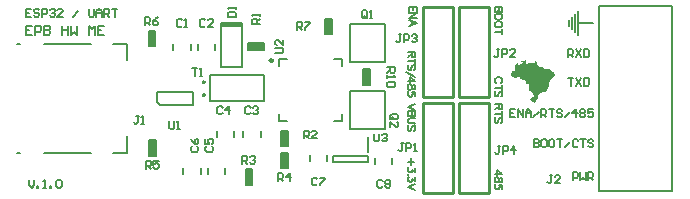
<source format=gto>
G04*
G04 #@! TF.GenerationSoftware,Altium Limited,Altium Designer,24.5.2 (23)*
G04*
G04 Layer_Color=65535*
%FSLAX44Y44*%
%MOMM*%
G71*
G04*
G04 #@! TF.SameCoordinates,BF8D7023-4997-4B88-B44D-E550DFEB14E1*
G04*
G04*
G04 #@! TF.FilePolarity,Positive*
G04*
G01*
G75*
%ADD10C,0.2500*%
%ADD11C,0.2540*%
%ADD12C,0.1270*%
%ADD13C,0.2000*%
%ADD14C,0.1524*%
%ADD15C,0.2032*%
%ADD16R,1.7780X0.4572*%
%ADD17R,0.4826X1.3208*%
%ADD18R,1.3208X0.4826*%
G36*
X709253Y817800D02*
X709283Y817770D01*
X709263Y817667D01*
X709181Y817524D01*
X709120Y817483D01*
X709099Y817402D01*
X709079Y817258D01*
X709109Y817084D01*
X709212Y816962D01*
X709355Y816880D01*
X709416Y816860D01*
X709498Y816839D01*
X709723Y816716D01*
X709733Y816645D01*
X709590Y816501D01*
X709570Y816461D01*
X709508Y816420D01*
X709488Y816379D01*
X709426Y816317D01*
X709365Y816215D01*
X709263Y816031D01*
X709222Y815990D01*
X709191Y815796D01*
X709140Y815663D01*
X709161Y815438D01*
X709202Y815336D01*
X709222Y815172D01*
X709304Y815049D01*
X709406Y814865D01*
X709549Y814681D01*
X709692Y814538D01*
X709713Y814497D01*
X709743Y814466D01*
X709784Y814446D01*
X709805Y814405D01*
X709846Y814385D01*
X709928Y814303D01*
X709968Y814282D01*
X710050Y814201D01*
X710153Y814139D01*
X710193Y814098D01*
X710326Y814047D01*
X710357Y814016D01*
X710439Y813996D01*
X710623Y813914D01*
X710766Y813935D01*
X710909Y813996D01*
X710950Y814016D01*
X710991Y814057D01*
X711032Y814078D01*
X711165Y814211D01*
X711216Y814303D01*
X711247Y814313D01*
X711267Y814354D01*
X711318Y814405D01*
X711359Y814426D01*
X711421Y814487D01*
X711462Y814507D01*
X711523Y814569D01*
X711717Y814599D01*
X711830Y814650D01*
X711911Y814671D01*
X712188Y814681D01*
X712239Y814671D01*
X712300Y814691D01*
X713077Y814671D01*
X713139Y814650D01*
X713221Y814630D01*
X713415Y814702D01*
X713435Y814743D01*
X713466Y814773D01*
X713507Y814794D01*
X713527Y814875D01*
X713538Y814906D01*
X713517Y814967D01*
X713538Y815049D01*
X713568Y815121D01*
X713732Y815162D01*
X713936Y815182D01*
X714080Y815244D01*
X714223Y815264D01*
X714386Y815244D01*
X714417Y815213D01*
X714437Y815172D01*
X714540Y815070D01*
X714550Y815039D01*
X714591Y815019D01*
X714632Y814978D01*
X714673Y814957D01*
X714754Y814875D01*
X714857Y814835D01*
X714898Y814794D01*
X714979Y814773D01*
X715245Y814794D01*
X715327Y814875D01*
X715368Y814896D01*
X715430Y815019D01*
X715532Y815060D01*
X715716Y814978D01*
X715941Y814957D01*
X715982Y814916D01*
X716084Y814875D01*
X716575Y814896D01*
X716616Y814937D01*
X716718Y814978D01*
X716820Y815039D01*
X716933Y815131D01*
X716953Y815172D01*
X717045Y815285D01*
X717086Y815448D01*
X717117Y815479D01*
X717158Y815581D01*
X717188Y815714D01*
X717240Y815827D01*
X717281Y815929D01*
X717321Y815970D01*
X717342Y816051D01*
X717403Y816154D01*
X717444Y816195D01*
X717485Y816297D01*
X717546Y816358D01*
X717567Y816399D01*
X717628Y816461D01*
X717679Y816553D01*
X717720Y816573D01*
X717782Y816675D01*
X717863Y816696D01*
X717904Y816675D01*
X717935Y816645D01*
X717955Y816501D01*
X718037Y816317D01*
X718058Y816113D01*
X718099Y816072D01*
X718139Y815970D01*
X718170Y815694D01*
X718221Y815581D01*
X718242Y815499D01*
X718272Y815346D01*
X718324Y815172D01*
X718364Y815008D01*
X718405Y814967D01*
X718446Y814804D01*
X718467Y814743D01*
X718508Y814702D01*
X718589Y814558D01*
X718681Y814446D01*
X718743Y814385D01*
X718845Y814323D01*
X718906Y814303D01*
X719172Y814323D01*
X719234Y814385D01*
X719285Y814395D01*
X719326Y814374D01*
X719305Y814231D01*
X719264Y814190D01*
X719224Y814088D01*
X719203Y814006D01*
X719172Y813976D01*
X719142Y813965D01*
X719121Y813884D01*
X719101Y813822D01*
X719060Y813781D01*
X718978Y813577D01*
X718958Y813495D01*
X718978Y813311D01*
X719060Y813168D01*
X719213Y813014D01*
X719254Y812994D01*
X719377Y812912D01*
X719418Y812891D01*
X719459Y812851D01*
X719561Y812810D01*
X719643Y812789D01*
X719704Y812728D01*
X719786Y812707D01*
X719970Y812626D01*
X720103Y812574D01*
X720134Y812544D01*
X720297Y812503D01*
X720389Y812411D01*
X720451Y812309D01*
X720512Y812165D01*
X720533Y812022D01*
X720574Y811981D01*
X720594Y811899D01*
X720614Y811756D01*
X720686Y811705D01*
X720737Y811634D01*
X720870Y811562D01*
X721064Y811552D01*
X721146Y811572D01*
X721177Y811603D01*
X721279Y811664D01*
X721320Y811726D01*
X721361Y811746D01*
X721443Y811828D01*
X721801Y811838D01*
X722312Y811818D01*
X722414Y811777D01*
X722506Y811746D01*
X722650Y811726D01*
X722731Y811705D01*
X722772Y811664D01*
X722905Y811613D01*
X723058Y811521D01*
X723099Y811501D01*
X723140Y811460D01*
X723427Y811296D01*
X723468Y811255D01*
X723611Y811173D01*
X723744Y811102D01*
X723764Y811061D01*
X723846Y811040D01*
X723918Y811010D01*
X723959Y810969D01*
X724091Y810918D01*
X724183Y810867D01*
X724296Y810836D01*
X724347Y810785D01*
X724460Y810734D01*
X724480Y810652D01*
X724501Y810447D01*
X724521Y810386D01*
X724541Y810202D01*
X724623Y810120D01*
X724644Y810079D01*
X724756Y809967D01*
X724889Y809936D01*
X725063Y809885D01*
X725247Y809905D01*
X725308Y809926D01*
X725390Y809946D01*
X725595Y809967D01*
X725779Y810049D01*
X725963Y810028D01*
X726106Y809967D01*
X726270Y809946D01*
X726311Y809905D01*
X726413Y809864D01*
X726495Y809844D01*
X726638Y809783D01*
X726750Y809752D01*
X726802Y809701D01*
X726883Y809680D01*
X727006Y809660D01*
X727067Y809599D01*
X727313Y809537D01*
X727456Y809476D01*
X727620Y809455D01*
X727681Y809435D01*
X727763Y809415D01*
X728029Y809435D01*
X728090Y809455D01*
X728172Y809476D01*
X728448Y809507D01*
X728806Y809517D01*
X728867Y809496D01*
X729010Y809476D01*
X729143Y809425D01*
X729174Y809394D01*
X729297Y809374D01*
X729379Y809292D01*
X729491Y809261D01*
X729563Y809190D01*
X729665Y809128D01*
X729706Y809087D01*
X729747Y809067D01*
X729931Y808924D01*
X730156Y808699D01*
X730197Y808678D01*
X730227Y808648D01*
X730248Y808607D01*
X730278Y808576D01*
X730309Y808566D01*
X730330Y808525D01*
X730381Y808474D01*
X730422Y808453D01*
X730534Y808341D01*
X730544Y808310D01*
X730585Y808290D01*
X730688Y808187D01*
X730729Y808167D01*
X730841Y808075D01*
X730933Y808003D01*
X730974Y807983D01*
X731056Y807901D01*
X731097Y807880D01*
X731137Y807840D01*
X731178Y807819D01*
X731322Y807717D01*
X731363Y807696D01*
X731414Y807666D01*
X731424Y807635D01*
X731557Y807584D01*
X731628Y807512D01*
X731935Y807349D01*
X732038Y807308D01*
X732078Y807287D01*
X732119Y807246D01*
X732201Y807226D01*
X732334Y807195D01*
X732385Y807144D01*
X732467Y807124D01*
X732672Y807103D01*
X732774Y807083D01*
X732958Y806981D01*
X733019Y806919D01*
X733060Y806899D01*
X733111Y806827D01*
X733152Y806786D01*
X733214Y806684D01*
X733316Y806500D01*
X733357Y806459D01*
X733377Y806336D01*
X733408Y806306D01*
X733438Y806295D01*
X733479Y806152D01*
X733500Y806091D01*
X733643Y805784D01*
X733663Y805661D01*
X733745Y805539D01*
X733776Y805324D01*
X733827Y805211D01*
X733848Y805129D01*
X733827Y804700D01*
X733766Y804557D01*
X733735Y804363D01*
X733663Y804230D01*
X733612Y804097D01*
X733582Y804066D01*
X733418Y803780D01*
X733357Y803718D01*
X733295Y803616D01*
X733121Y803381D01*
X733091Y803371D01*
X733070Y803330D01*
X732948Y803207D01*
X732927Y803166D01*
X732886Y803146D01*
X732866Y803105D01*
X732835Y803074D01*
X732794Y803054D01*
X732774Y803013D01*
X732733Y802992D01*
X732661Y802921D01*
X732641Y802880D01*
X732579Y802839D01*
X732559Y802798D01*
X732528Y802767D01*
X732498Y802757D01*
X732477Y802716D01*
X732406Y802665D01*
X732222Y802481D01*
X732181Y802460D01*
X732119Y802399D01*
X732078Y802379D01*
X731997Y802297D01*
X731925Y802266D01*
X731905Y802225D01*
X731833Y802174D01*
X731669Y802010D01*
X731628Y801990D01*
X731598Y801959D01*
X731577Y801918D01*
X731536Y801878D01*
X731516Y801837D01*
X731414Y801693D01*
X731352Y801591D01*
X731311Y801550D01*
X731291Y801509D01*
X731199Y801397D01*
X731107Y801305D01*
X731086Y801264D01*
X730718Y800896D01*
X730698Y800855D01*
X730309Y800466D01*
X730299Y800435D01*
X730258Y800415D01*
X730207Y800364D01*
X730186Y800323D01*
X730146Y800303D01*
X730125Y800262D01*
X729941Y800078D01*
X729921Y800037D01*
X729839Y799955D01*
X729818Y799914D01*
X729736Y799832D01*
X729716Y799791D01*
X729634Y799709D01*
X729604Y799638D01*
X729563Y799617D01*
X729501Y799495D01*
X729430Y799423D01*
X729409Y799362D01*
X729327Y799239D01*
X729307Y799157D01*
X729246Y799014D01*
X729205Y798850D01*
X729164Y798748D01*
X729143Y798544D01*
X729113Y798349D01*
X729072Y798247D01*
X729051Y798145D01*
X729010Y797695D01*
X728980Y797582D01*
X728939Y797296D01*
X728918Y797091D01*
X728877Y796989D01*
X728857Y796723D01*
X728826Y796488D01*
X728785Y796386D01*
X728755Y796273D01*
X728724Y795895D01*
X728683Y795793D01*
X728652Y795680D01*
X728622Y795445D01*
X728601Y795363D01*
X728571Y795251D01*
X728550Y795107D01*
X728499Y794975D01*
X728468Y794883D01*
X728458Y794790D01*
X728479Y794688D01*
X728489Y794678D01*
X728387Y794494D01*
X728264Y794187D01*
X728274Y794075D01*
X728233Y793972D01*
X728203Y793942D01*
X728182Y793860D01*
X728141Y793758D01*
X728100Y793717D01*
X728049Y793584D01*
X727978Y793512D01*
X727957Y793430D01*
X727926Y793297D01*
X727875Y793164D01*
X727855Y793123D01*
X727793Y793083D01*
X727712Y792939D01*
X727671Y792898D01*
X727650Y792796D01*
X727568Y792673D01*
X727425Y792408D01*
X727323Y792224D01*
X727282Y792183D01*
X727159Y791958D01*
X727078Y791835D01*
X727057Y791794D01*
X726996Y791733D01*
X726955Y791630D01*
X726873Y791549D01*
X726791Y791405D01*
X726658Y791211D01*
X726617Y791191D01*
X726587Y791160D01*
X726525Y791058D01*
X726484Y791017D01*
X726464Y790976D01*
X726403Y790915D01*
X726382Y790874D01*
X726280Y790771D01*
X726270Y790741D01*
X726229Y790720D01*
X726178Y790669D01*
X726157Y790628D01*
X726096Y790587D01*
X726075Y790546D01*
X726004Y790495D01*
X725942Y790434D01*
X725717Y790332D01*
X724705Y790301D01*
X724603Y790281D01*
X724521Y790260D01*
X724419Y790240D01*
X724194Y790219D01*
X723989Y790199D01*
X723907Y790178D01*
X723805Y790137D01*
X723600Y790117D01*
X723437Y790055D01*
X723120Y790004D01*
X723079Y789964D01*
X722915Y789923D01*
X722772Y789902D01*
X722588Y789820D01*
X722476Y789790D01*
X722343Y789738D01*
X722261Y789718D01*
X722159Y789657D01*
X721995Y789616D01*
X721913Y789534D01*
X721811Y789513D01*
X721770Y789473D01*
X721668Y789432D01*
X721627Y789411D01*
X721586Y789370D01*
X721453Y789319D01*
X721402Y789268D01*
X721269Y789196D01*
X721259Y789166D01*
X721115Y789084D01*
X721075Y789043D01*
X721034Y789023D01*
X720993Y788982D01*
X720952Y788961D01*
X720880Y788910D01*
X720860Y788869D01*
X720809Y788818D01*
X720768Y788798D01*
X720471Y788501D01*
X720451Y788460D01*
X720328Y788337D01*
X720267Y788235D01*
X720226Y788194D01*
X720062Y787908D01*
X719919Y787601D01*
X719899Y787458D01*
X719858Y787417D01*
X719817Y787315D01*
X719796Y786926D01*
X719827Y786077D01*
X719837Y785924D01*
X719796Y785822D01*
X719776Y785781D01*
X719714Y785638D01*
X719694Y785454D01*
X719653Y785413D01*
X719612Y785310D01*
X719551Y785249D01*
X719520Y785177D01*
X719479Y785157D01*
X719428Y785126D01*
X719367Y785024D01*
X719224Y784758D01*
X719193Y784727D01*
X719162Y784717D01*
X719142Y784676D01*
X719111Y784646D01*
X719019Y784594D01*
X718999Y784554D01*
X718937Y784492D01*
X718917Y784451D01*
X718835Y784370D01*
X718774Y784267D01*
X718733Y784226D01*
X718712Y784185D01*
X718651Y784124D01*
X718589Y784022D01*
X718487Y783838D01*
X718446Y783797D01*
X718426Y783674D01*
X718364Y783613D01*
X718344Y783531D01*
X718303Y783429D01*
X718242Y783286D01*
X718221Y783245D01*
X718160Y783142D01*
X718078Y782999D01*
X717976Y782856D01*
X717915Y782795D01*
X717904Y782764D01*
X717874Y782754D01*
X717853Y782713D01*
X717649Y782508D01*
X717628Y782467D01*
X717362Y782202D01*
X717342Y782161D01*
X717076Y781895D01*
X717056Y781854D01*
X717025Y781803D01*
X716984Y781782D01*
X716953Y781751D01*
X716933Y781711D01*
X716790Y781568D01*
X716728Y781465D01*
X716667Y781404D01*
X716646Y781322D01*
X716585Y781261D01*
X716534Y781169D01*
X716493Y781189D01*
X716462Y781220D01*
X716442Y781281D01*
X716401Y781322D01*
X716381Y781363D01*
X716156Y781465D01*
X715869Y781486D01*
X715767Y781506D01*
X715695Y781557D01*
X715655Y781598D01*
X715593Y781619D01*
X715532Y781680D01*
X715491Y781700D01*
X715430Y781762D01*
X715389Y781782D01*
X715276Y781874D01*
X715204Y781925D01*
X715061Y782069D01*
X715020Y782089D01*
X714836Y782273D01*
X714795Y782294D01*
X714714Y782375D01*
X714673Y782396D01*
X714611Y782457D01*
X714570Y782478D01*
X714489Y782559D01*
X714448Y782580D01*
X714345Y782682D01*
X714305Y782703D01*
X714243Y782764D01*
X714202Y782784D01*
X714161Y782825D01*
X714080Y782846D01*
X713936Y782866D01*
X713824Y782877D01*
X713671Y782866D01*
X713619Y782917D01*
X713599Y782958D01*
X713538Y783020D01*
X713517Y783102D01*
X713497Y783142D01*
X713435Y783183D01*
X713405Y783316D01*
X713354Y783367D01*
X713292Y783470D01*
X713139Y783623D01*
X713036Y783664D01*
X712924Y783695D01*
X712883Y783776D01*
X712934Y783848D01*
X712975Y783868D01*
X713036Y783930D01*
X713077Y783950D01*
X713149Y784022D01*
X713159Y784053D01*
X713200Y784073D01*
X713302Y784196D01*
X713354Y784267D01*
X713394Y784308D01*
X713456Y784410D01*
X713517Y784472D01*
X713578Y784574D01*
X713681Y784717D01*
X713701Y784758D01*
X713793Y784871D01*
X713824Y784901D01*
X713844Y784942D01*
X713936Y785034D01*
X713977Y785055D01*
X714008Y785085D01*
X714018Y785116D01*
X714059Y785137D01*
X714141Y785218D01*
X714182Y785239D01*
X714264Y785321D01*
X714305Y785341D01*
X714366Y785402D01*
X714468Y785464D01*
X714509Y785505D01*
X714611Y785566D01*
X714754Y785668D01*
X714898Y785750D01*
X714959Y785811D01*
X715041Y785832D01*
X715102Y785893D01*
X715204Y785955D01*
X715307Y785996D01*
X715409Y786057D01*
X715450Y786098D01*
X715532Y786118D01*
X715614Y786200D01*
X715655Y786221D01*
X715685Y786251D01*
X715747Y786354D01*
X715828Y786558D01*
X715849Y786640D01*
X715869Y786783D01*
X715849Y787151D01*
X715808Y787253D01*
X715787Y787335D01*
X715757Y787468D01*
X715706Y787581D01*
X715665Y787744D01*
X715603Y787806D01*
X715583Y787887D01*
X715521Y787990D01*
X715440Y788133D01*
X715399Y788174D01*
X715378Y788215D01*
X715327Y788266D01*
X715123Y788348D01*
X715020Y788368D01*
X714990Y788399D01*
X715020Y788654D01*
X715041Y788757D01*
X715061Y788839D01*
X715092Y788931D01*
X715113Y789135D01*
X715133Y789196D01*
X715153Y789278D01*
X715133Y789503D01*
X715113Y789565D01*
X715061Y789698D01*
X714939Y789820D01*
X714898Y789841D01*
X714775Y789923D01*
X714407Y789902D01*
X714366Y789861D01*
X714243Y789882D01*
X714182Y789902D01*
X714100Y789923D01*
X713977Y789943D01*
X713926Y789994D01*
X713885Y790342D01*
X713865Y790853D01*
X713844Y790915D01*
X713824Y790996D01*
X713803Y791221D01*
X713742Y791283D01*
X713701Y791385D01*
X713609Y791497D01*
X713558Y791549D01*
X713538Y791590D01*
X713466Y791641D01*
X713425Y791682D01*
X713282Y791702D01*
X712873Y791682D01*
X712812Y791620D01*
X712730Y791600D01*
X712597Y791549D01*
X712505Y791518D01*
X712362Y791497D01*
X712096Y791477D01*
X711973Y791497D01*
X711942Y791528D01*
X711963Y791651D01*
X712004Y791692D01*
X712045Y791794D01*
X712024Y792551D01*
X711963Y792612D01*
X711932Y792725D01*
X711840Y792878D01*
X711830Y792909D01*
X711789Y792929D01*
X711738Y792980D01*
X711717Y793021D01*
X711656Y793083D01*
X711635Y793205D01*
X711533Y793348D01*
X711554Y793471D01*
X711594Y793512D01*
X711625Y793625D01*
X711646Y793665D01*
X711738Y793717D01*
X711779Y793819D01*
X711840Y793962D01*
X711860Y794044D01*
X711952Y794136D01*
X711993Y794156D01*
X712045Y794208D01*
X712065Y794371D01*
X712106Y794412D01*
X712137Y794525D01*
X712229Y794617D01*
X712280Y794852D01*
X712310Y794964D01*
X712290Y795230D01*
X712249Y795332D01*
X712229Y795455D01*
X712188Y795496D01*
X712147Y795598D01*
X712126Y795639D01*
X712065Y795701D01*
X712004Y795803D01*
X711860Y795946D01*
X711840Y795987D01*
X711789Y796038D01*
X711748Y796059D01*
X711554Y796253D01*
X711472Y796437D01*
X711492Y796703D01*
X711533Y796805D01*
X711482Y796938D01*
X711431Y797010D01*
X711359Y797061D01*
X711318Y797102D01*
X711052Y797081D01*
X710991Y797061D01*
X710695Y797091D01*
X710408Y797112D01*
X710306Y797132D01*
X710142Y797173D01*
X709876Y797214D01*
X709805Y797245D01*
X709733Y797316D01*
X709713Y797726D01*
X709692Y797787D01*
X709672Y797951D01*
X709631Y798053D01*
X709611Y798135D01*
X709590Y798421D01*
X709508Y798544D01*
X709478Y798799D01*
X709406Y798973D01*
X709304Y799239D01*
X709242Y799341D01*
X709202Y799444D01*
X709181Y799484D01*
X708966Y799761D01*
X708925Y799781D01*
X708874Y799853D01*
X708813Y799893D01*
X708803Y799924D01*
X708660Y800006D01*
X708557Y800047D01*
X708455Y800067D01*
X708353Y800108D01*
X708189Y800088D01*
X708128Y800067D01*
X708046Y800047D01*
X707954Y800037D01*
X707872Y800057D01*
X707831Y800098D01*
X707811Y800139D01*
X707739Y800190D01*
X707698Y800251D01*
X707657Y800272D01*
X707616Y800313D01*
X707473Y800395D01*
X707371Y800435D01*
X707269Y800497D01*
X707166Y800538D01*
X707064Y800558D01*
X707023Y800599D01*
X706880Y800640D01*
X706798Y800660D01*
X706665Y800712D01*
X706563Y800732D01*
X706481Y800753D01*
X706389Y800804D01*
X706246Y800824D01*
X706082Y800845D01*
X706021Y800906D01*
X705939Y800926D01*
X705735Y800947D01*
X705551Y801029D01*
X705428Y801049D01*
X705285Y801111D01*
X705172Y801141D01*
X705121Y801192D01*
X704958Y801254D01*
X704917Y801295D01*
X704876Y801315D01*
X704804Y801366D01*
X704784Y801407D01*
X704702Y801489D01*
X704651Y801622D01*
X704620Y801653D01*
X704600Y801796D01*
X704620Y802655D01*
X704600Y802716D01*
X704579Y803227D01*
X704497Y803309D01*
X704436Y803411D01*
X704405Y803442D01*
X704364Y803463D01*
X704303Y803483D01*
X704221Y803503D01*
X704109Y803514D01*
X703740Y803473D01*
X703618Y803452D01*
X703505Y803422D01*
X703423Y803401D01*
X703147Y803371D01*
X703035Y803258D01*
X702922Y803227D01*
X702789Y803156D01*
X702748Y803135D01*
X702718Y803105D01*
X702697Y803064D01*
X702595Y803043D01*
X702554Y803002D01*
X702544Y802972D01*
X702442Y802931D01*
X702360Y802849D01*
X702319Y802829D01*
X702063Y802634D01*
X701992Y802563D01*
X701889Y802522D01*
X701634Y802348D01*
X701603Y802317D01*
X701460Y802297D01*
X701255Y802276D01*
X701112Y802215D01*
X700908Y802195D01*
X700458Y802174D01*
X700396Y802154D01*
X700049Y802113D01*
X699435Y802092D01*
X699384Y802143D01*
X699404Y802246D01*
X699466Y802389D01*
X699507Y802573D01*
X699548Y802614D01*
X699568Y802696D01*
X699588Y802839D01*
X699599Y803135D01*
X699578Y803422D01*
X699527Y803493D01*
X699455Y803544D01*
X699353Y803585D01*
X699108Y803565D01*
X698924Y803422D01*
X698883Y803381D01*
X698842Y803360D01*
X698678Y803197D01*
X698576Y803135D01*
X698433Y803074D01*
X698392Y803054D01*
X698249Y802992D01*
X698126Y803013D01*
X697952Y803146D01*
X697901Y803279D01*
X697809Y803371D01*
X697789Y803411D01*
X697758Y803442D01*
X697717Y803463D01*
X697513Y803544D01*
X697369Y803565D01*
X697042Y803585D01*
X697011Y803677D01*
X696991Y803841D01*
X696950Y803882D01*
X696899Y804015D01*
X696848Y804066D01*
X696786Y804168D01*
X696746Y804209D01*
X696725Y804250D01*
X696643Y804332D01*
X696561Y804475D01*
X696459Y804700D01*
X696439Y805150D01*
X696459Y805784D01*
X696490Y805815D01*
X696572Y805835D01*
X696715Y805856D01*
X696756Y805897D01*
X696797Y805917D01*
X696909Y806009D01*
X696981Y806060D01*
X697032Y806111D01*
X697052Y806152D01*
X697093Y806193D01*
X697134Y806295D01*
X697155Y806377D01*
X697196Y806418D01*
X697236Y806561D01*
X697267Y806756D01*
X697288Y806919D01*
X697308Y807124D01*
X697328Y807349D01*
X697349Y807430D01*
X697400Y807523D01*
X697482Y807666D01*
X697533Y807717D01*
X697574Y807737D01*
X697717Y807799D01*
X697799Y807819D01*
X697901Y807880D01*
X697983Y807901D01*
X698187Y807921D01*
X698372Y808003D01*
X698689Y808034D01*
X698770Y808054D01*
X698873Y808075D01*
X699149Y808105D01*
X699302Y808136D01*
X699415Y808167D01*
X699558Y808187D01*
X699803Y808208D01*
X699885Y808290D01*
X699977Y808341D01*
X699998Y808382D01*
X700059Y808443D01*
X700079Y808525D01*
X700130Y808658D01*
X700151Y808739D01*
X700182Y809016D01*
X700202Y809098D01*
X700243Y809241D01*
X700263Y809445D01*
X700284Y810243D01*
X700304Y810304D01*
X700325Y810468D01*
X700345Y810529D01*
X700366Y810795D01*
X700396Y811296D01*
X700427Y811327D01*
X700468Y811429D01*
X700529Y811634D01*
X700509Y811838D01*
X700468Y811941D01*
X700407Y812043D01*
Y812063D01*
X700366Y812104D01*
X700304Y812206D01*
X700263Y812247D01*
X700243Y812288D01*
X700212Y812319D01*
X700171Y812339D01*
X700120Y812411D01*
X699875Y812656D01*
X699824Y812789D01*
X699793Y812881D01*
X699773Y812984D01*
X699824Y813076D01*
X699967Y813014D01*
X700182Y812963D01*
X700263Y812943D01*
X700540Y812932D01*
X700683Y813035D01*
X700754Y813106D01*
X700775Y813188D01*
X700754Y813372D01*
X700693Y813434D01*
X700652Y813536D01*
X700632Y813863D01*
X700591Y813904D01*
X700519Y814037D01*
X700478Y814057D01*
X700294Y814139D01*
X700130Y814160D01*
X700120Y814190D01*
X700192Y814303D01*
X700356Y814344D01*
X700499Y814323D01*
X700703Y814303D01*
X701133Y814323D01*
X701194Y814344D01*
X701358Y814385D01*
X701542Y814405D01*
X701644Y814446D01*
X701726Y814466D01*
X701889Y814487D01*
X701930Y814528D01*
X702033Y814569D01*
X702217Y814548D01*
X702268Y814497D01*
X702288Y814415D01*
X702309Y814149D01*
X702329Y814088D01*
X702360Y813976D01*
X702411Y813924D01*
X702431Y813843D01*
X702585Y813689D01*
X702626Y813669D01*
X702667Y813628D01*
X702830Y813587D01*
X702892Y813526D01*
X702973Y813505D01*
X703076Y813464D01*
X703137Y813403D01*
X703239Y813342D01*
X703383Y813260D01*
X703423Y813219D01*
X703607Y813178D01*
X703751Y813117D01*
X703894Y813137D01*
X703935Y813178D01*
X704017Y813198D01*
X704160Y813280D01*
X704293Y813413D01*
X704313Y813454D01*
X704374Y813515D01*
X704436Y813618D01*
X704477Y813659D01*
X704538Y813761D01*
X704671Y813894D01*
X704712Y813914D01*
X704773Y813976D01*
X704876Y814037D01*
X705019Y814139D01*
X705162Y814221D01*
X705223Y814282D01*
X705305Y814303D01*
X705367Y814364D01*
X705653Y814528D01*
X705694Y814569D01*
X705837Y814650D01*
X706093Y814824D01*
X706144Y814875D01*
X706246Y814937D01*
X706338Y815029D01*
X706389Y815162D01*
X706440Y815254D01*
X706420Y815377D01*
X706338Y815520D01*
X706287Y815571D01*
X706246Y815591D01*
X706226Y815632D01*
X706144Y815653D01*
X705898Y815673D01*
X705694Y815755D01*
X705663Y815847D01*
X705602Y815949D01*
X705561Y816051D01*
X705540Y816133D01*
X705459Y816317D01*
X705438Y816379D01*
X705377Y816522D01*
X705407Y816593D01*
X705469Y816573D01*
X705551Y816491D01*
X705592Y816471D01*
X705694Y816430D01*
X705816Y816410D01*
X705919Y816369D01*
X706001Y816348D01*
X706103Y816287D01*
X706144Y816246D01*
X706205Y816225D01*
X706266Y816164D01*
X706410Y816082D01*
X706471Y816062D01*
X706737Y816082D01*
X706798Y816144D01*
X706839Y816164D01*
X706870Y816195D01*
X706931Y816338D01*
X706952Y816420D01*
X706972Y816583D01*
X707013Y816686D01*
X707033Y816788D01*
X707064Y816818D01*
X707146Y816839D01*
X707207Y816818D01*
X707637Y816798D01*
X707698Y816818D01*
X707913Y816870D01*
X708046Y816921D01*
X708148Y816982D01*
X708250Y817023D01*
X708353Y817084D01*
X708394Y817125D01*
X708475Y817146D01*
X708557Y817228D01*
X708598Y817248D01*
X708660Y817309D01*
X708700Y817330D01*
X708813Y817422D01*
X708844Y817453D01*
X708885Y817473D01*
X708966Y817596D01*
X709017Y817647D01*
X709048Y817759D01*
X709089Y817800D01*
X709171Y817821D01*
X709253Y817800D01*
D02*
G37*
G36*
X711594Y792980D02*
X711584Y792970D01*
X711574Y792980D01*
X711584Y792991D01*
X711594Y792980D01*
D02*
G37*
D10*
X495100Y817000D02*
G03*
X495100Y817000I-1250J0D01*
G01*
D11*
X437750Y787750D02*
G03*
X437750Y787750I-1000J0D01*
G01*
X437750Y798750D02*
G03*
X437750Y798750I-1000J0D01*
G01*
X652300Y704990D02*
Y781190D01*
Y704990D02*
X677700D01*
Y781190D01*
X652300D02*
X677700D01*
X621820Y862470D02*
X647220D01*
Y786270D02*
Y862470D01*
X621820Y786270D02*
X647220D01*
X621820D02*
Y862470D01*
X652300D02*
X652300Y786270D01*
X677700D01*
X677700Y862470D01*
X652300D02*
X677700D01*
X621820Y781190D02*
X621820Y704990D01*
X647220D01*
X647220Y781190D01*
X621820D02*
X647220D01*
D12*
X359900Y739000D02*
X371500Y739000D01*
X301100Y739000D02*
X340900D01*
X278575Y739000D02*
X280700D01*
X371500Y739000D02*
Y752800D01*
X359900Y831000D02*
X371500D01*
X301100D02*
X340900D01*
X371500Y817200D02*
Y831000D01*
X278575D02*
X280700D01*
X753361Y848500D02*
X766061D01*
X745741Y845960D02*
Y851040D01*
X748281Y843420D02*
Y853580D01*
X750821Y840880D02*
Y856120D01*
X753361Y838340D02*
Y858660D01*
X291364Y846212D02*
X286286D01*
Y838594D01*
X291364D01*
X286286Y842403D02*
X288825D01*
X293904Y838594D02*
Y846212D01*
X297712D01*
X298982Y844942D01*
Y842403D01*
X297712Y841133D01*
X293904D01*
X301521Y846212D02*
Y838594D01*
X305330D01*
X306599Y839864D01*
Y841133D01*
X305330Y842403D01*
X301521D01*
X305330D01*
X306599Y843672D01*
Y844942D01*
X305330Y846212D01*
X301521D01*
X316756D02*
Y838594D01*
Y842403D01*
X321834D01*
Y846212D01*
Y838594D01*
X324374Y846212D02*
Y838594D01*
X326913Y841133D01*
X329452Y838594D01*
Y846212D01*
X339609Y838594D02*
Y846212D01*
X342148Y843672D01*
X344687Y846212D01*
Y838594D01*
X352305Y846212D02*
X347226D01*
Y838594D01*
X352305D01*
X347226Y842403D02*
X349766D01*
X689383Y720896D02*
X684981Y724040D01*
Y719324D01*
X689383Y720896D02*
X682780D01*
X689383Y716589D02*
X689068Y717532D01*
X688439Y717846D01*
X687811D01*
X687182Y717532D01*
X686867Y716903D01*
X686553Y715645D01*
X686238Y714702D01*
X685610Y714073D01*
X684981Y713759D01*
X684038D01*
X683409Y714073D01*
X683094Y714388D01*
X682780Y715331D01*
Y716589D01*
X683094Y717532D01*
X683409Y717846D01*
X684038Y718161D01*
X684981D01*
X685610Y717846D01*
X686238Y717217D01*
X686553Y716274D01*
X686867Y715016D01*
X687182Y714388D01*
X687811Y714073D01*
X688439D01*
X689068Y714388D01*
X689383Y715331D01*
Y716589D01*
Y708508D02*
Y711652D01*
X686553Y711967D01*
X686867Y711652D01*
X687182Y710709D01*
Y709766D01*
X686867Y708823D01*
X686238Y708194D01*
X685295Y707879D01*
X684667D01*
X683723Y708194D01*
X683094Y708823D01*
X682780Y709766D01*
Y710709D01*
X683094Y711652D01*
X683409Y711967D01*
X684038Y712281D01*
X689383Y779920D02*
X682780D01*
X689383D02*
Y777090D01*
X689068Y776147D01*
X688754Y775833D01*
X688125Y775518D01*
X687496D01*
X686867Y775833D01*
X686553Y776147D01*
X686238Y777090D01*
Y779920D01*
Y777719D02*
X682780Y775518D01*
X689383Y771840D02*
X682780D01*
X689383Y774041D02*
Y769639D01*
X688439Y764451D02*
X689068Y765080D01*
X689383Y766023D01*
Y767281D01*
X689068Y768224D01*
X688439Y768853D01*
X687811D01*
X687182Y768538D01*
X686867Y768224D01*
X686553Y767595D01*
X685924Y765709D01*
X685610Y765080D01*
X685295Y764765D01*
X684667Y764451D01*
X683723D01*
X683094Y765080D01*
X682780Y766023D01*
Y767281D01*
X683094Y768224D01*
X683723Y768853D01*
X616993Y858383D02*
Y862470D01*
X610390D01*
Y858383D01*
X613848Y862470D02*
Y859955D01*
X616993Y857282D02*
X610390D01*
X616993D02*
X610390Y852881D01*
X616993D02*
X610390D01*
Y846027D02*
X616993Y848542D01*
X610390Y851057D01*
X612591Y850114D02*
Y846970D01*
X615723Y824370D02*
X609120D01*
X615723D02*
Y821540D01*
X615408Y820597D01*
X615094Y820283D01*
X614465Y819968D01*
X613836D01*
X613207Y820283D01*
X612893Y820597D01*
X612579Y821540D01*
Y824370D01*
Y822169D02*
X609120Y819968D01*
X615723Y816290D02*
X609120D01*
X615723Y818491D02*
Y814089D01*
X614779Y808901D02*
X615408Y809530D01*
X615723Y810473D01*
Y811731D01*
X615408Y812674D01*
X614779Y813303D01*
X614151D01*
X613522Y812988D01*
X613207Y812674D01*
X612893Y812045D01*
X612264Y810159D01*
X611950Y809530D01*
X611635Y809215D01*
X611007Y808901D01*
X610063D01*
X609434Y809530D01*
X609120Y810473D01*
Y811731D01*
X609434Y812674D01*
X610063Y813303D01*
X608177Y807423D02*
X615723Y803022D01*
Y799437D02*
X611321Y802581D01*
Y797865D01*
X615723Y799437D02*
X609120D01*
X615723Y795130D02*
X615408Y796073D01*
X614779Y796388D01*
X614151D01*
X613522Y796073D01*
X613207Y795444D01*
X612893Y794187D01*
X612579Y793244D01*
X611950Y792615D01*
X611321Y792300D01*
X610378D01*
X609749Y792615D01*
X609434Y792929D01*
X609120Y793872D01*
Y795130D01*
X609434Y796073D01*
X609749Y796388D01*
X610378Y796702D01*
X611321D01*
X611950Y796388D01*
X612579Y795759D01*
X612893Y794816D01*
X613207Y793558D01*
X613522Y792929D01*
X614151Y792615D01*
X614779D01*
X615408Y792929D01*
X615723Y793872D01*
Y795130D01*
Y787050D02*
Y790194D01*
X612893Y790508D01*
X613207Y790194D01*
X613522Y789251D01*
Y788307D01*
X613207Y787364D01*
X612579Y786735D01*
X611635Y786421D01*
X611007D01*
X610063Y786735D01*
X609434Y787364D01*
X609120Y788307D01*
Y789251D01*
X609434Y790194D01*
X609749Y790508D01*
X610378Y790823D01*
X687811Y798064D02*
X688439Y798378D01*
X689068Y799007D01*
X689383Y799636D01*
Y800894D01*
X689068Y801522D01*
X688439Y802151D01*
X687811Y802466D01*
X686867Y802780D01*
X685295D01*
X684352Y802466D01*
X683723Y802151D01*
X683094Y801522D01*
X682780Y800894D01*
Y799636D01*
X683094Y799007D01*
X683723Y798378D01*
X684352Y798064D01*
X689383Y794008D02*
X682780D01*
X689383Y796209D02*
Y791807D01*
X688439Y786619D02*
X689068Y787248D01*
X689383Y788192D01*
Y789449D01*
X689068Y790392D01*
X688439Y791021D01*
X687811D01*
X687182Y790707D01*
X686867Y790392D01*
X686553Y789763D01*
X685924Y787877D01*
X685610Y787248D01*
X685295Y786934D01*
X684667Y786619D01*
X683723D01*
X683094Y787248D01*
X682780Y788192D01*
Y789449D01*
X683094Y790392D01*
X683723Y791021D01*
X689383Y862470D02*
X682780D01*
X689383D02*
Y859640D01*
X689068Y858697D01*
X688754Y858383D01*
X688125Y858068D01*
X687496D01*
X686867Y858383D01*
X686553Y858697D01*
X686238Y859640D01*
Y862470D02*
Y859640D01*
X685924Y858697D01*
X685610Y858383D01*
X684981Y858068D01*
X684038D01*
X683409Y858383D01*
X683094Y858697D01*
X682780Y859640D01*
Y862470D01*
X689383Y854704D02*
X689068Y855333D01*
X688439Y855962D01*
X687811Y856276D01*
X686867Y856591D01*
X685295D01*
X684352Y856276D01*
X683723Y855962D01*
X683094Y855333D01*
X682780Y854704D01*
Y853447D01*
X683094Y852818D01*
X683723Y852189D01*
X684352Y851874D01*
X685295Y851560D01*
X686867D01*
X687811Y851874D01*
X688439Y852189D01*
X689068Y852818D01*
X689383Y853447D01*
Y854704D01*
Y848133D02*
X689068Y848762D01*
X688439Y849391D01*
X687811Y849705D01*
X686867Y850020D01*
X685295D01*
X684352Y849705D01*
X683723Y849391D01*
X683094Y848762D01*
X682780Y848133D01*
Y846875D01*
X683094Y846246D01*
X683723Y845618D01*
X684352Y845303D01*
X685295Y844989D01*
X686867D01*
X687811Y845303D01*
X688439Y845618D01*
X689068Y846246D01*
X689383Y846875D01*
Y848133D01*
Y841247D02*
X682780D01*
X689383Y843448D02*
Y839047D01*
X614779Y731370D02*
X609120D01*
X611950Y734200D02*
Y728541D01*
X615723Y725963D02*
Y722504D01*
X613207Y724390D01*
Y723447D01*
X612893Y722818D01*
X612579Y722504D01*
X611635Y722190D01*
X611007D01*
X610063Y722504D01*
X609434Y723133D01*
X609120Y724076D01*
Y725019D01*
X609434Y725963D01*
X609749Y726277D01*
X610378Y726591D01*
X609749Y720397D02*
X609434Y720712D01*
X609120Y720397D01*
X609434Y720083D01*
X609749Y720397D01*
X615723Y718008D02*
Y714549D01*
X613207Y716436D01*
Y715493D01*
X612893Y714864D01*
X612579Y714549D01*
X611635Y714235D01*
X611007D01*
X610063Y714549D01*
X609434Y715178D01*
X609120Y716122D01*
Y717065D01*
X609434Y718008D01*
X609749Y718322D01*
X610378Y718637D01*
X615723Y712757D02*
X609120Y710242D01*
X615723Y707727D02*
X609120Y710242D01*
X615723Y779920D02*
X609120Y777405D01*
X615723Y774890D02*
X609120Y777405D01*
X615723Y774041D02*
X609120D01*
X615723D02*
Y771211D01*
X615408Y770268D01*
X615094Y769953D01*
X614465Y769639D01*
X613836D01*
X613207Y769953D01*
X612893Y770268D01*
X612579Y771211D01*
Y774041D02*
Y771211D01*
X612264Y770268D01*
X611950Y769953D01*
X611321Y769639D01*
X610378D01*
X609749Y769953D01*
X609434Y770268D01*
X609120Y771211D01*
Y774041D01*
X615723Y768161D02*
X611007D01*
X610063Y767847D01*
X609434Y767218D01*
X609120Y766275D01*
Y765646D01*
X609434Y764703D01*
X610063Y764074D01*
X611007Y763759D01*
X615723D01*
X614779Y757534D02*
X615408Y758163D01*
X615723Y759106D01*
Y760364D01*
X615408Y761307D01*
X614779Y761936D01*
X614151D01*
X613522Y761621D01*
X613207Y761307D01*
X612893Y760678D01*
X612264Y758792D01*
X611950Y758163D01*
X611635Y757849D01*
X611007Y757534D01*
X610063D01*
X609434Y758163D01*
X609120Y759106D01*
Y760364D01*
X609434Y761307D01*
X610063Y761936D01*
X288746Y715801D02*
Y711400D01*
X290947Y709199D01*
X293147Y711400D01*
Y715801D01*
X295348Y709199D02*
Y710299D01*
X296448D01*
Y709199D01*
X295348D01*
X300849D02*
X303050D01*
X301950D01*
Y715801D01*
X300849Y714701D01*
X306351Y709199D02*
Y710299D01*
X307451D01*
Y709199D01*
X306351D01*
X311853Y714701D02*
X312953Y715801D01*
X315154D01*
X316254Y714701D01*
Y710299D01*
X315154Y709199D01*
X312953D01*
X311853Y710299D01*
Y714701D01*
X290687Y860801D02*
X286286D01*
Y854199D01*
X290687D01*
X286286Y857500D02*
X288487D01*
X297289Y859701D02*
X296189Y860801D01*
X293988D01*
X292888Y859701D01*
Y858600D01*
X293988Y857500D01*
X296189D01*
X297289Y856400D01*
Y855299D01*
X296189Y854199D01*
X293988D01*
X292888Y855299D01*
X299490Y854199D02*
Y860801D01*
X302791D01*
X303891Y859701D01*
Y857500D01*
X302791Y856400D01*
X299490D01*
X306092Y859701D02*
X307192Y860801D01*
X309393D01*
X310493Y859701D01*
Y858600D01*
X309393Y857500D01*
X308292D01*
X309393D01*
X310493Y856400D01*
Y855299D01*
X309393Y854199D01*
X307192D01*
X306092Y855299D01*
X317095Y854199D02*
X312694D01*
X317095Y858600D01*
Y859701D01*
X315994Y860801D01*
X313794D01*
X312694Y859701D01*
X325897Y854199D02*
X330299Y858600D01*
X339101Y860801D02*
Y855299D01*
X340201Y854199D01*
X342402D01*
X343502Y855299D01*
Y860801D01*
X345703Y854199D02*
Y858600D01*
X347903Y860801D01*
X350104Y858600D01*
Y854199D01*
Y857500D01*
X345703D01*
X352305Y854199D02*
Y860801D01*
X355606D01*
X356706Y859701D01*
Y857500D01*
X355606Y856400D01*
X352305D01*
X354505D02*
X356706Y854199D01*
X358907Y860801D02*
X363308D01*
X361107D01*
Y854199D01*
X700231Y775601D02*
X695830D01*
Y768999D01*
X700231D01*
X695830Y772300D02*
X698031D01*
X702432Y768999D02*
Y775601D01*
X706833Y768999D01*
Y775601D01*
X709034Y768999D02*
Y773400D01*
X711234Y775601D01*
X713435Y773400D01*
Y768999D01*
Y772300D01*
X709034D01*
X715636Y768999D02*
X720037Y773400D01*
X722237Y768999D02*
Y775601D01*
X725538D01*
X726639Y774501D01*
Y772300D01*
X725538Y771200D01*
X722237D01*
X724438D02*
X726639Y768999D01*
X728839Y775601D02*
X733241D01*
X731040D01*
Y768999D01*
X739843Y774501D02*
X738742Y775601D01*
X736542D01*
X735441Y774501D01*
Y773400D01*
X736542Y772300D01*
X738742D01*
X739843Y771200D01*
Y770099D01*
X738742Y768999D01*
X736542D01*
X735441Y770099D01*
X742043Y768999D02*
X746444Y773400D01*
X751946Y768999D02*
Y775601D01*
X748645Y772300D01*
X753046D01*
X755247Y774501D02*
X756347Y775601D01*
X758548D01*
X759648Y774501D01*
Y773400D01*
X758548Y772300D01*
X759648Y771200D01*
Y770099D01*
X758548Y768999D01*
X756347D01*
X755247Y770099D01*
Y771200D01*
X756347Y772300D01*
X755247Y773400D01*
Y774501D01*
X756347Y772300D02*
X758548D01*
X766250Y775601D02*
X761849D01*
Y772300D01*
X764049Y773400D01*
X765150D01*
X766250Y772300D01*
Y770099D01*
X765150Y768999D01*
X762949D01*
X761849Y770099D01*
X745098Y819799D02*
Y826401D01*
X748399D01*
X749499Y825301D01*
Y823100D01*
X748399Y822000D01*
X745098D01*
X747298D02*
X749499Y819799D01*
X751699Y826401D02*
X756101Y819799D01*
Y826401D02*
X751699Y819799D01*
X758301Y826401D02*
Y819799D01*
X761602D01*
X762702Y820899D01*
Y825301D01*
X761602Y826401D01*
X758301D01*
X745098Y802271D02*
X749499D01*
X747298D01*
Y795669D01*
X751699Y802271D02*
X756101Y795669D01*
Y802271D02*
X751699Y795669D01*
X758301Y802271D02*
Y795669D01*
X761602D01*
X762702Y796769D01*
Y801171D01*
X761602Y802271D01*
X758301D01*
X715893Y750201D02*
Y743599D01*
X719194D01*
X720294Y744699D01*
Y745800D01*
X719194Y746900D01*
X715893D01*
X719194D01*
X720294Y748000D01*
Y749101D01*
X719194Y750201D01*
X715893D01*
X725796D02*
X723595D01*
X722495Y749101D01*
Y744699D01*
X723595Y743599D01*
X725796D01*
X726896Y744699D01*
Y749101D01*
X725796Y750201D01*
X732398D02*
X730197D01*
X729097Y749101D01*
Y744699D01*
X730197Y743599D01*
X732398D01*
X733498Y744699D01*
Y749101D01*
X732398Y750201D01*
X735698D02*
X740100D01*
X737899D01*
Y743599D01*
X742300D02*
X746702Y748000D01*
X753303Y749101D02*
X752203Y750201D01*
X750003D01*
X748902Y749101D01*
Y744699D01*
X750003Y743599D01*
X752203D01*
X753303Y744699D01*
X755504Y750201D02*
X759905D01*
X757705D01*
Y743599D01*
X766507Y749101D02*
X765407Y750201D01*
X763206D01*
X762106Y749101D01*
Y748000D01*
X763206Y746900D01*
X765407D01*
X766507Y745800D01*
Y744699D01*
X765407Y743599D01*
X763206D01*
X762106Y744699D01*
X748899Y715659D02*
Y722261D01*
X752200D01*
X753300Y721161D01*
Y718960D01*
X752200Y717860D01*
X748899D01*
X755501Y722261D02*
Y715659D01*
X757701Y717860D01*
X759902Y715659D01*
Y722261D01*
X762103Y715659D02*
Y722261D01*
X765404D01*
X766504Y721161D01*
Y718960D01*
X765404Y717860D01*
X762103D01*
X764303D02*
X766504Y715659D01*
X687523Y744613D02*
X685322D01*
X686423D01*
Y739111D01*
X685322Y738011D01*
X684222D01*
X683121Y739111D01*
X689723Y738011D02*
Y744613D01*
X693024D01*
X694125Y743513D01*
Y741312D01*
X693024Y740212D01*
X689723D01*
X699626Y738011D02*
Y744613D01*
X696325Y741312D01*
X700726D01*
X521099Y750949D02*
Y757551D01*
X524399D01*
X525500Y756451D01*
Y754250D01*
X524399Y753150D01*
X521099D01*
X523299D02*
X525500Y750949D01*
X532102D02*
X527700D01*
X532102Y755350D01*
Y756451D01*
X531001Y757551D01*
X528801D01*
X527700Y756451D01*
X603703Y839101D02*
X601502D01*
X602603D01*
Y833599D01*
X601502Y832499D01*
X600402D01*
X599301Y833599D01*
X605903Y832499D02*
Y839101D01*
X609204D01*
X610305Y838001D01*
Y835800D01*
X609204Y834700D01*
X605903D01*
X612505Y838001D02*
X613606Y839101D01*
X615806D01*
X616907Y838001D01*
Y836900D01*
X615806Y835800D01*
X614706D01*
X615806D01*
X616907Y834700D01*
Y833599D01*
X615806Y832499D01*
X613606D01*
X612505Y833599D01*
X686761Y826655D02*
X684560D01*
X685660D01*
Y821153D01*
X684560Y820053D01*
X683460D01*
X682359Y821153D01*
X688961Y820053D02*
Y826655D01*
X692262D01*
X693363Y825555D01*
Y823354D01*
X692262Y822254D01*
X688961D01*
X699965Y820053D02*
X695563D01*
X699965Y824454D01*
Y825555D01*
X698864Y826655D01*
X696664D01*
X695563Y825555D01*
X605819Y746899D02*
X603619D01*
X604719D01*
Y741397D01*
X603619Y740297D01*
X602518D01*
X601418Y741397D01*
X608020Y740297D02*
Y746899D01*
X611321D01*
X612421Y745799D01*
Y743598D01*
X611321Y742498D01*
X608020D01*
X614622Y740297D02*
X616822D01*
X615722D01*
Y746899D01*
X614622Y745799D01*
X731755Y719637D02*
X729554D01*
X730655D01*
Y714135D01*
X729554Y713035D01*
X728454D01*
X727354Y714135D01*
X738357Y713035D02*
X733956D01*
X738357Y717436D01*
Y718536D01*
X737257Y719637D01*
X735056D01*
X733956Y718536D01*
X580598Y755051D02*
Y749549D01*
X581699Y748449D01*
X583899D01*
X585000Y749549D01*
Y755051D01*
X587200Y753951D02*
X588301Y755051D01*
X590501D01*
X591602Y753951D01*
Y752850D01*
X590501Y751750D01*
X589401D01*
X590501D01*
X591602Y750650D01*
Y749549D01*
X590501Y748449D01*
X588301D01*
X587200Y749549D01*
X588000Y714701D02*
X586899Y715801D01*
X584699D01*
X583599Y714701D01*
Y710299D01*
X584699Y709199D01*
X586899D01*
X588000Y710299D01*
X590200Y714701D02*
X591301Y715801D01*
X593501D01*
X594602Y714701D01*
Y713600D01*
X593501Y712500D01*
X594602Y711400D01*
Y710299D01*
X593501Y709199D01*
X591301D01*
X590200Y710299D01*
Y711400D01*
X591301Y712500D01*
X590200Y713600D01*
Y714701D01*
X591301Y712500D02*
X593501D01*
X532500Y716701D02*
X531399Y717801D01*
X529199D01*
X528098Y716701D01*
Y712299D01*
X529199Y711199D01*
X531399D01*
X532500Y712299D01*
X534700Y717801D02*
X539102D01*
Y716701D01*
X534700Y712299D01*
Y711199D01*
X484051Y847849D02*
X477449D01*
Y851150D01*
X478549Y852250D01*
X480750D01*
X481850Y851150D01*
Y847849D01*
Y850049D02*
X484051Y852250D01*
Y854451D02*
Y856651D01*
Y855551D01*
X477449D01*
X478549Y854451D01*
X497116Y823242D02*
X502618D01*
X503718Y824342D01*
Y826543D01*
X502618Y827643D01*
X497116D01*
X503718Y834245D02*
Y829844D01*
X499317Y834245D01*
X498216D01*
X497116Y833145D01*
Y830944D01*
X498216Y829844D01*
X426599Y810801D02*
X431000D01*
X428799D01*
Y804199D01*
X433201D02*
X435401D01*
X434301D01*
Y810801D01*
X433201Y809701D01*
X591849Y811032D02*
X598451D01*
Y807731D01*
X597351Y806631D01*
X595150D01*
X594050Y807731D01*
Y811032D01*
Y808832D02*
X591849Y806631D01*
Y804430D02*
Y802230D01*
Y803330D01*
X598451D01*
X597351Y804430D01*
Y798929D02*
X598451Y797829D01*
Y795628D01*
X597351Y794528D01*
X592949D01*
X591849Y795628D01*
Y797829D01*
X592949Y798929D01*
X597351D01*
X515289Y843019D02*
Y849621D01*
X518589D01*
X519690Y848521D01*
Y846320D01*
X518589Y845220D01*
X515289D01*
X517489D02*
X519690Y843019D01*
X521890Y849621D02*
X526292D01*
Y848521D01*
X521890Y844119D01*
Y843019D01*
X386728Y846883D02*
Y853485D01*
X390029D01*
X391129Y852385D01*
Y850184D01*
X390029Y849084D01*
X386728D01*
X388929D02*
X391129Y846883D01*
X397731Y853485D02*
X395531Y852385D01*
X393330Y850184D01*
Y847983D01*
X394430Y846883D01*
X396631D01*
X397731Y847983D01*
Y849084D01*
X396631Y850184D01*
X393330D01*
X387338Y725351D02*
Y731953D01*
X390639D01*
X391740Y730853D01*
Y728652D01*
X390639Y727552D01*
X387338D01*
X389539D02*
X391740Y725351D01*
X398342Y731953D02*
X393940D01*
Y728652D01*
X396141Y729753D01*
X397241D01*
X398342Y728652D01*
Y726452D01*
X397241Y725351D01*
X395041D01*
X393940Y726452D01*
X499647Y714685D02*
Y721286D01*
X502948D01*
X504049Y720186D01*
Y717986D01*
X502948Y716885D01*
X499647D01*
X501848D02*
X504049Y714685D01*
X509550D02*
Y721286D01*
X506249Y717986D01*
X510650D01*
X469160Y729611D02*
Y736213D01*
X472461D01*
X473562Y735113D01*
Y732912D01*
X472461Y731812D01*
X469160D01*
X471361D02*
X473562Y729611D01*
X475762Y735113D02*
X476862Y736213D01*
X479063D01*
X480163Y735113D01*
Y734013D01*
X479063Y732912D01*
X477963D01*
X479063D01*
X480163Y731812D01*
Y730712D01*
X479063Y729611D01*
X476862D01*
X475762Y730712D01*
X595743Y767050D02*
X600145D01*
X601245Y768151D01*
Y770351D01*
X600145Y771451D01*
X595743D01*
X594643Y770351D01*
Y768151D01*
X596844Y769251D02*
X594643Y767050D01*
Y768151D02*
X595743Y767050D01*
X594643Y760448D02*
Y764850D01*
X599044Y760448D01*
X600145D01*
X601245Y761549D01*
Y763749D01*
X600145Y764850D01*
X574830Y853919D02*
Y858321D01*
X573730Y859421D01*
X571529D01*
X570429Y858321D01*
Y853919D01*
X571529Y852819D01*
X573730D01*
X572629Y855020D02*
X574830Y852819D01*
X573730D02*
X574830Y853919D01*
X577031Y852819D02*
X579231D01*
X578131D01*
Y859421D01*
X577031Y858321D01*
X456949Y853849D02*
X463551D01*
Y857150D01*
X462451Y858250D01*
X458049D01*
X456949Y857150D01*
Y853849D01*
X463551Y860451D02*
Y862651D01*
Y861551D01*
X456949D01*
X458049Y860451D01*
X426549Y744150D02*
X425449Y743049D01*
Y740849D01*
X426549Y739748D01*
X430951D01*
X432051Y740849D01*
Y743049D01*
X430951Y744150D01*
X425449Y750751D02*
X426549Y748551D01*
X428750Y746350D01*
X430951D01*
X432051Y747451D01*
Y749651D01*
X430951Y750751D01*
X429850D01*
X428750Y749651D01*
Y746350D01*
X439049Y744150D02*
X437949Y743049D01*
Y740849D01*
X439049Y739748D01*
X443451D01*
X444551Y740849D01*
Y743049D01*
X443451Y744150D01*
X437949Y750751D02*
Y746350D01*
X441250D01*
X440150Y748551D01*
Y749651D01*
X441250Y750751D01*
X443451D01*
X444551Y749651D01*
Y747451D01*
X443451Y746350D01*
X452572Y777041D02*
X451471Y778141D01*
X449271D01*
X448171Y777041D01*
Y772639D01*
X449271Y771539D01*
X451471D01*
X452572Y772639D01*
X458073Y771539D02*
Y778141D01*
X454772Y774840D01*
X459174D01*
X476194Y777041D02*
X475093Y778141D01*
X472893D01*
X471792Y777041D01*
Y772639D01*
X472893Y771539D01*
X475093D01*
X476194Y772639D01*
X478394Y777041D02*
X479495Y778141D01*
X481695D01*
X482796Y777041D01*
Y775940D01*
X481695Y774840D01*
X480595D01*
X481695D01*
X482796Y773740D01*
Y772639D01*
X481695Y771539D01*
X479495D01*
X478394Y772639D01*
X407294Y765627D02*
Y760125D01*
X408394Y759025D01*
X410595D01*
X411695Y760125D01*
Y765627D01*
X413896Y759025D02*
X416096D01*
X414996D01*
Y765627D01*
X413896Y764527D01*
X381582Y770164D02*
X379381D01*
X380481D01*
Y764663D01*
X379381Y763562D01*
X378281D01*
X377180Y764663D01*
X383782Y763562D02*
X385983D01*
X384883D01*
Y770164D01*
X383782Y769064D01*
X437900Y850951D02*
X436799Y852051D01*
X434599D01*
X433498Y850951D01*
Y846549D01*
X434599Y845449D01*
X436799D01*
X437900Y846549D01*
X444502Y845449D02*
X440100D01*
X444502Y849850D01*
Y850951D01*
X443401Y852051D01*
X441201D01*
X440100Y850951D01*
X418000Y850951D02*
X416900Y852051D01*
X414699D01*
X413599Y850951D01*
Y846549D01*
X414699Y845449D01*
X416900D01*
X418000Y846549D01*
X420201Y845449D02*
X422401D01*
X421301D01*
Y852051D01*
X420201Y850951D01*
D13*
X500350Y812250D02*
Y818500D01*
X506600D01*
X547100D02*
X553350D01*
Y812250D02*
Y818500D01*
Y765500D02*
Y771750D01*
X547100Y765500D02*
X553350D01*
X500350D02*
Y771750D01*
Y765500D02*
X506600D01*
X771160Y706500D02*
X833160D01*
Y863500D01*
X771160D02*
X833160D01*
X771160Y706500D02*
Y863500D01*
X575990Y739750D02*
Y752250D01*
X546370Y736250D02*
X575330D01*
X546370Y730750D02*
Y736250D01*
Y730750D02*
X575330D01*
Y736250D01*
X441623Y782623D02*
Y804750D01*
X487750Y782623D02*
Y804750D01*
X441623D02*
X487750D01*
X441623Y782623D02*
X487750D01*
D14*
X502056Y757604D02*
X502056Y744396D01*
X507644Y757604D02*
X507644Y744396D01*
X502056Y757604D02*
X507644Y757604D01*
X502056Y744396D02*
X507644D01*
X540966Y736540D02*
X540966Y731460D01*
X526234D02*
Y736540D01*
X581234Y734040D02*
X581234Y728960D01*
X595966D02*
Y734040D01*
X446366Y826210D02*
Y831290D01*
X431634D02*
X431634Y826210D01*
X389815Y842350D02*
X389815Y829142D01*
X395404Y842350D02*
X395404Y829142D01*
X389815Y842350D02*
X395404Y842350D01*
X389815Y829142D02*
X395404D01*
X451360Y811736D02*
Y849074D01*
X469140Y811736D02*
Y849074D01*
X451360Y811736D02*
X469140D01*
X451360Y849074D02*
X469140D01*
X390426Y749694D02*
X390426Y736486D01*
X396014Y749694D02*
X396014Y736486D01*
X390426Y749694D02*
X396014Y749694D01*
X390426Y736486D02*
X396014D01*
X433866Y726040D02*
X433866Y720960D01*
X419134D02*
Y726040D01*
X454616Y725790D02*
X454616Y720710D01*
X439884D02*
Y725790D01*
X507644Y738854D02*
X507644Y725646D01*
X502056Y738854D02*
X502056Y725646D01*
X507644Y725646D01*
X502056Y738854D02*
X507644D01*
X484866Y757540D02*
X484866Y752460D01*
X470134D02*
Y757540D01*
X472206Y725104D02*
X472206Y711896D01*
X477794Y725104D02*
X477794Y711896D01*
X472206Y725104D02*
X477794Y725104D01*
X472206Y711896D02*
X477794D01*
X462366Y757540D02*
X462366Y752460D01*
X447634D02*
Y757540D01*
X560100Y848000D02*
X560100Y816000D01*
X590100Y816000D01*
X560100Y848000D02*
X590100D01*
Y816000D02*
Y848000D01*
X560100Y791000D02*
X560100Y759000D01*
X590100Y759000D01*
X560100Y791000D02*
X590100D01*
Y759000D02*
Y791000D01*
X474146Y831544D02*
X487354Y831544D01*
X474146Y825956D02*
X487354Y825956D01*
X487354Y831544D02*
X487354Y825956D01*
X474146Y825956D02*
Y831544D01*
X545084Y852424D02*
X545084Y839216D01*
X539496Y852424D02*
X539496Y839216D01*
X545084Y839216D01*
X539496Y852424D02*
X545084D01*
X576894Y809604D02*
X576894Y796396D01*
X571306Y809604D02*
X571306Y796396D01*
X576894Y796396D01*
X571306Y809604D02*
X576894D01*
X425366Y826210D02*
Y831290D01*
X410634D02*
X410634Y826210D01*
D15*
X397105Y781524D02*
Y790668D01*
Y781524D02*
X399645Y778984D01*
X397105Y790668D02*
X427585D01*
Y778984D02*
Y790668D01*
X399645Y778984D02*
X427585D01*
D16*
X460253Y846784D02*
D03*
D17*
X574222Y803000D02*
D03*
X542417Y845823D02*
D03*
X504723Y751012D02*
D03*
X392470Y835747D02*
D03*
X393084Y743091D02*
D03*
X504977Y732249D02*
D03*
X474873Y718506D02*
D03*
D18*
X480749Y828872D02*
D03*
M02*

</source>
